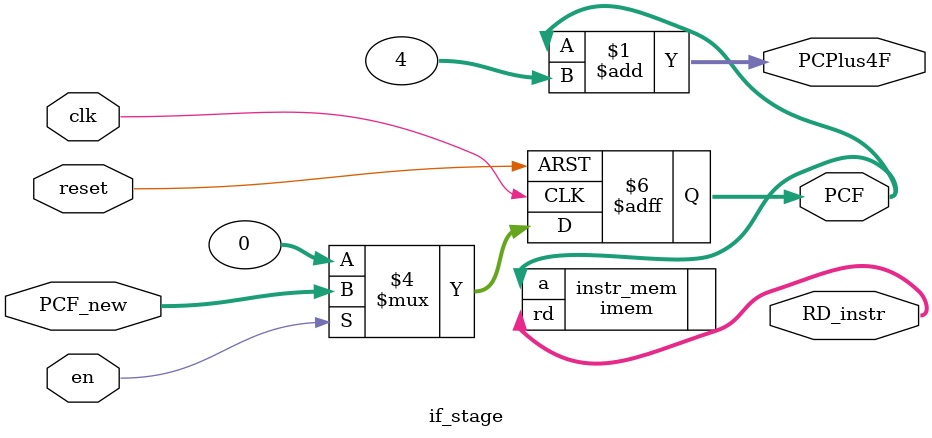
<source format=sv>
module if_stage (
    
        input logic         clk,
        input logic         en,
        input logic         reset,
        input logic  [31:0] PCF_new,

        output logic [31:0] PCF,
        output logic [31:0] RD_instr,
        output logic [31:0] PCPlus4F
        
    );

    assign PCPlus4F = PCF + 32'd4;
    
    always_ff @(posedge clk or posedge reset) begin

        if (reset)
            PCF <= 32'b0;

        else if (en)
            PCF <= PCF_new;

        else
            PCF <= 32'b0;
        
    end

    imem instr_mem(

        .a  (PCF),
        .rd (RD_instr)

    );

endmodule // IF stage
</source>
